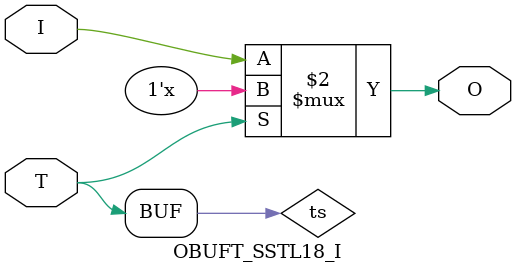
<source format=v>

/*

FUNCTION    : TRI-STATE OUTPUT BUFFER

*/

`celldefine
`timescale  100 ps / 10 ps

module OBUFT_SSTL18_I (O, I, T);

    output O;

    input  I, T;

    or O1 (ts, 1'b0, T);
    bufif0 T1 (O, I, ts);

endmodule

</source>
